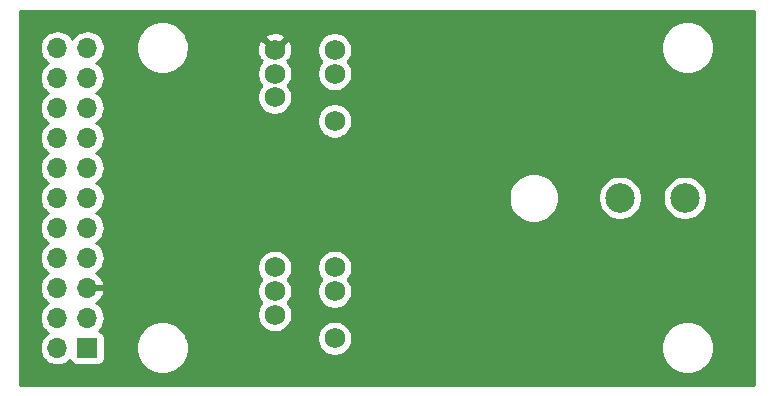
<source format=gbr>
G04 #@! TF.GenerationSoftware,KiCad,Pcbnew,(5.1.2)-1*
G04 #@! TF.CreationDate,2019-11-05T15:10:58-06:00*
G04 #@! TF.ProjectId,power_supply_board,706f7765-725f-4737-9570-706c795f626f,rev?*
G04 #@! TF.SameCoordinates,Original*
G04 #@! TF.FileFunction,Copper,L4,Bot*
G04 #@! TF.FilePolarity,Positive*
%FSLAX46Y46*%
G04 Gerber Fmt 4.6, Leading zero omitted, Abs format (unit mm)*
G04 Created by KiCad (PCBNEW (5.1.2)-1) date 2019-11-05 15:10:58*
%MOMM*%
%LPD*%
G04 APERTURE LIST*
%ADD10O,1.700000X1.700000*%
%ADD11R,1.700000X1.700000*%
%ADD12C,2.500000*%
%ADD13C,1.730000*%
%ADD14C,0.254000*%
G04 APERTURE END LIST*
D10*
X128270000Y-102870000D03*
X130810000Y-102870000D03*
X128270000Y-105410000D03*
X130810000Y-105410000D03*
X128270000Y-107950000D03*
X130810000Y-107950000D03*
X128270000Y-110490000D03*
X130810000Y-110490000D03*
X128270000Y-113030000D03*
X130810000Y-113030000D03*
X128270000Y-115570000D03*
X130810000Y-115570000D03*
X128270000Y-118110000D03*
X130810000Y-118110000D03*
X128270000Y-120650000D03*
X130810000Y-120650000D03*
X128270000Y-123190000D03*
X130810000Y-123190000D03*
X128270000Y-125730000D03*
X130810000Y-125730000D03*
X128270000Y-128270000D03*
D11*
X130810000Y-128270000D03*
D12*
X175920000Y-115570000D03*
X181420000Y-115570000D03*
D13*
X151760000Y-121460000D03*
X151760000Y-123460000D03*
X151760000Y-127460000D03*
X146690000Y-125460000D03*
X146690000Y-121460000D03*
X146690000Y-123460000D03*
X146690000Y-105045000D03*
X146690000Y-103045000D03*
X146690000Y-107045000D03*
X151760000Y-109045000D03*
X151760000Y-105045000D03*
X151760000Y-103045000D03*
D14*
G36*
X187300000Y-131420000D02*
G01*
X125120000Y-131420000D01*
X125120000Y-102870000D01*
X126777815Y-102870000D01*
X126806487Y-103161111D01*
X126891401Y-103441034D01*
X127029294Y-103699014D01*
X127214866Y-103925134D01*
X127440986Y-104110706D01*
X127495791Y-104140000D01*
X127440986Y-104169294D01*
X127214866Y-104354866D01*
X127029294Y-104580986D01*
X126891401Y-104838966D01*
X126806487Y-105118889D01*
X126777815Y-105410000D01*
X126806487Y-105701111D01*
X126891401Y-105981034D01*
X127029294Y-106239014D01*
X127214866Y-106465134D01*
X127440986Y-106650706D01*
X127495791Y-106680000D01*
X127440986Y-106709294D01*
X127214866Y-106894866D01*
X127029294Y-107120986D01*
X126891401Y-107378966D01*
X126806487Y-107658889D01*
X126777815Y-107950000D01*
X126806487Y-108241111D01*
X126891401Y-108521034D01*
X127029294Y-108779014D01*
X127214866Y-109005134D01*
X127440986Y-109190706D01*
X127495791Y-109220000D01*
X127440986Y-109249294D01*
X127214866Y-109434866D01*
X127029294Y-109660986D01*
X126891401Y-109918966D01*
X126806487Y-110198889D01*
X126777815Y-110490000D01*
X126806487Y-110781111D01*
X126891401Y-111061034D01*
X127029294Y-111319014D01*
X127214866Y-111545134D01*
X127440986Y-111730706D01*
X127495791Y-111760000D01*
X127440986Y-111789294D01*
X127214866Y-111974866D01*
X127029294Y-112200986D01*
X126891401Y-112458966D01*
X126806487Y-112738889D01*
X126777815Y-113030000D01*
X126806487Y-113321111D01*
X126891401Y-113601034D01*
X127029294Y-113859014D01*
X127214866Y-114085134D01*
X127440986Y-114270706D01*
X127495791Y-114300000D01*
X127440986Y-114329294D01*
X127214866Y-114514866D01*
X127029294Y-114740986D01*
X126891401Y-114998966D01*
X126806487Y-115278889D01*
X126777815Y-115570000D01*
X126806487Y-115861111D01*
X126891401Y-116141034D01*
X127029294Y-116399014D01*
X127214866Y-116625134D01*
X127440986Y-116810706D01*
X127495791Y-116840000D01*
X127440986Y-116869294D01*
X127214866Y-117054866D01*
X127029294Y-117280986D01*
X126891401Y-117538966D01*
X126806487Y-117818889D01*
X126777815Y-118110000D01*
X126806487Y-118401111D01*
X126891401Y-118681034D01*
X127029294Y-118939014D01*
X127214866Y-119165134D01*
X127440986Y-119350706D01*
X127495791Y-119380000D01*
X127440986Y-119409294D01*
X127214866Y-119594866D01*
X127029294Y-119820986D01*
X126891401Y-120078966D01*
X126806487Y-120358889D01*
X126777815Y-120650000D01*
X126806487Y-120941111D01*
X126891401Y-121221034D01*
X127029294Y-121479014D01*
X127214866Y-121705134D01*
X127440986Y-121890706D01*
X127495791Y-121920000D01*
X127440986Y-121949294D01*
X127214866Y-122134866D01*
X127029294Y-122360986D01*
X126891401Y-122618966D01*
X126806487Y-122898889D01*
X126777815Y-123190000D01*
X126806487Y-123481111D01*
X126891401Y-123761034D01*
X127029294Y-124019014D01*
X127214866Y-124245134D01*
X127440986Y-124430706D01*
X127495791Y-124460000D01*
X127440986Y-124489294D01*
X127214866Y-124674866D01*
X127029294Y-124900986D01*
X126891401Y-125158966D01*
X126806487Y-125438889D01*
X126777815Y-125730000D01*
X126806487Y-126021111D01*
X126891401Y-126301034D01*
X127029294Y-126559014D01*
X127214866Y-126785134D01*
X127440986Y-126970706D01*
X127495791Y-127000000D01*
X127440986Y-127029294D01*
X127214866Y-127214866D01*
X127029294Y-127440986D01*
X126891401Y-127698966D01*
X126806487Y-127978889D01*
X126777815Y-128270000D01*
X126806487Y-128561111D01*
X126891401Y-128841034D01*
X127029294Y-129099014D01*
X127214866Y-129325134D01*
X127440986Y-129510706D01*
X127698966Y-129648599D01*
X127978889Y-129733513D01*
X128197050Y-129755000D01*
X128342950Y-129755000D01*
X128561111Y-129733513D01*
X128841034Y-129648599D01*
X129099014Y-129510706D01*
X129325134Y-129325134D01*
X129349607Y-129295313D01*
X129370498Y-129364180D01*
X129429463Y-129474494D01*
X129508815Y-129571185D01*
X129605506Y-129650537D01*
X129715820Y-129709502D01*
X129835518Y-129745812D01*
X129960000Y-129758072D01*
X131660000Y-129758072D01*
X131784482Y-129745812D01*
X131904180Y-129709502D01*
X132014494Y-129650537D01*
X132111185Y-129571185D01*
X132190537Y-129474494D01*
X132249502Y-129364180D01*
X132285812Y-129244482D01*
X132298072Y-129120000D01*
X132298072Y-128049872D01*
X134925000Y-128049872D01*
X134925000Y-128490128D01*
X135010890Y-128921925D01*
X135179369Y-129328669D01*
X135423962Y-129694729D01*
X135735271Y-130006038D01*
X136101331Y-130250631D01*
X136508075Y-130419110D01*
X136939872Y-130505000D01*
X137380128Y-130505000D01*
X137811925Y-130419110D01*
X138218669Y-130250631D01*
X138584729Y-130006038D01*
X138896038Y-129694729D01*
X139140631Y-129328669D01*
X139309110Y-128921925D01*
X139395000Y-128490128D01*
X139395000Y-128049872D01*
X139309110Y-127618075D01*
X139182439Y-127312263D01*
X150260000Y-127312263D01*
X150260000Y-127607737D01*
X150317644Y-127897534D01*
X150430717Y-128170517D01*
X150594874Y-128416194D01*
X150803806Y-128625126D01*
X151049483Y-128789283D01*
X151322466Y-128902356D01*
X151612263Y-128960000D01*
X151907737Y-128960000D01*
X152197534Y-128902356D01*
X152470517Y-128789283D01*
X152716194Y-128625126D01*
X152925126Y-128416194D01*
X153089283Y-128170517D01*
X153139255Y-128049872D01*
X179375000Y-128049872D01*
X179375000Y-128490128D01*
X179460890Y-128921925D01*
X179629369Y-129328669D01*
X179873962Y-129694729D01*
X180185271Y-130006038D01*
X180551331Y-130250631D01*
X180958075Y-130419110D01*
X181389872Y-130505000D01*
X181830128Y-130505000D01*
X182261925Y-130419110D01*
X182668669Y-130250631D01*
X183034729Y-130006038D01*
X183346038Y-129694729D01*
X183590631Y-129328669D01*
X183759110Y-128921925D01*
X183845000Y-128490128D01*
X183845000Y-128049872D01*
X183759110Y-127618075D01*
X183590631Y-127211331D01*
X183346038Y-126845271D01*
X183034729Y-126533962D01*
X182668669Y-126289369D01*
X182261925Y-126120890D01*
X181830128Y-126035000D01*
X181389872Y-126035000D01*
X180958075Y-126120890D01*
X180551331Y-126289369D01*
X180185271Y-126533962D01*
X179873962Y-126845271D01*
X179629369Y-127211331D01*
X179460890Y-127618075D01*
X179375000Y-128049872D01*
X153139255Y-128049872D01*
X153202356Y-127897534D01*
X153260000Y-127607737D01*
X153260000Y-127312263D01*
X153202356Y-127022466D01*
X153089283Y-126749483D01*
X152925126Y-126503806D01*
X152716194Y-126294874D01*
X152470517Y-126130717D01*
X152197534Y-126017644D01*
X151907737Y-125960000D01*
X151612263Y-125960000D01*
X151322466Y-126017644D01*
X151049483Y-126130717D01*
X150803806Y-126294874D01*
X150594874Y-126503806D01*
X150430717Y-126749483D01*
X150317644Y-127022466D01*
X150260000Y-127312263D01*
X139182439Y-127312263D01*
X139140631Y-127211331D01*
X138896038Y-126845271D01*
X138584729Y-126533962D01*
X138218669Y-126289369D01*
X137811925Y-126120890D01*
X137380128Y-126035000D01*
X136939872Y-126035000D01*
X136508075Y-126120890D01*
X136101331Y-126289369D01*
X135735271Y-126533962D01*
X135423962Y-126845271D01*
X135179369Y-127211331D01*
X135010890Y-127618075D01*
X134925000Y-128049872D01*
X132298072Y-128049872D01*
X132298072Y-127420000D01*
X132285812Y-127295518D01*
X132249502Y-127175820D01*
X132190537Y-127065506D01*
X132111185Y-126968815D01*
X132014494Y-126889463D01*
X131904180Y-126830498D01*
X131835313Y-126809607D01*
X131865134Y-126785134D01*
X132050706Y-126559014D01*
X132188599Y-126301034D01*
X132273513Y-126021111D01*
X132302185Y-125730000D01*
X132273513Y-125438889D01*
X132188599Y-125158966D01*
X132050706Y-124900986D01*
X131865134Y-124674866D01*
X131639014Y-124489294D01*
X131574477Y-124454799D01*
X131691355Y-124385178D01*
X131907588Y-124190269D01*
X132081641Y-123956920D01*
X132206825Y-123694099D01*
X132251476Y-123546890D01*
X132130155Y-123317000D01*
X130937000Y-123317000D01*
X130937000Y-123337000D01*
X130683000Y-123337000D01*
X130683000Y-123317000D01*
X130663000Y-123317000D01*
X130663000Y-123063000D01*
X130683000Y-123063000D01*
X130683000Y-123043000D01*
X130937000Y-123043000D01*
X130937000Y-123063000D01*
X132130155Y-123063000D01*
X132251476Y-122833110D01*
X132206825Y-122685901D01*
X132081641Y-122423080D01*
X131907588Y-122189731D01*
X131691355Y-121994822D01*
X131574477Y-121925201D01*
X131639014Y-121890706D01*
X131865134Y-121705134D01*
X132050706Y-121479014D01*
X132139836Y-121312263D01*
X145190000Y-121312263D01*
X145190000Y-121607737D01*
X145247644Y-121897534D01*
X145360717Y-122170517D01*
X145524874Y-122416194D01*
X145568680Y-122460000D01*
X145524874Y-122503806D01*
X145360717Y-122749483D01*
X145247644Y-123022466D01*
X145190000Y-123312263D01*
X145190000Y-123607737D01*
X145247644Y-123897534D01*
X145360717Y-124170517D01*
X145524874Y-124416194D01*
X145568680Y-124460000D01*
X145524874Y-124503806D01*
X145360717Y-124749483D01*
X145247644Y-125022466D01*
X145190000Y-125312263D01*
X145190000Y-125607737D01*
X145247644Y-125897534D01*
X145360717Y-126170517D01*
X145524874Y-126416194D01*
X145733806Y-126625126D01*
X145979483Y-126789283D01*
X146252466Y-126902356D01*
X146542263Y-126960000D01*
X146837737Y-126960000D01*
X147127534Y-126902356D01*
X147400517Y-126789283D01*
X147646194Y-126625126D01*
X147855126Y-126416194D01*
X148019283Y-126170517D01*
X148132356Y-125897534D01*
X148190000Y-125607737D01*
X148190000Y-125312263D01*
X148132356Y-125022466D01*
X148019283Y-124749483D01*
X147855126Y-124503806D01*
X147811320Y-124460000D01*
X147855126Y-124416194D01*
X148019283Y-124170517D01*
X148132356Y-123897534D01*
X148190000Y-123607737D01*
X148190000Y-123312263D01*
X148132356Y-123022466D01*
X148019283Y-122749483D01*
X147855126Y-122503806D01*
X147811320Y-122460000D01*
X147855126Y-122416194D01*
X148019283Y-122170517D01*
X148132356Y-121897534D01*
X148190000Y-121607737D01*
X148190000Y-121312263D01*
X150260000Y-121312263D01*
X150260000Y-121607737D01*
X150317644Y-121897534D01*
X150430717Y-122170517D01*
X150594874Y-122416194D01*
X150638680Y-122460000D01*
X150594874Y-122503806D01*
X150430717Y-122749483D01*
X150317644Y-123022466D01*
X150260000Y-123312263D01*
X150260000Y-123607737D01*
X150317644Y-123897534D01*
X150430717Y-124170517D01*
X150594874Y-124416194D01*
X150803806Y-124625126D01*
X151049483Y-124789283D01*
X151322466Y-124902356D01*
X151612263Y-124960000D01*
X151907737Y-124960000D01*
X152197534Y-124902356D01*
X152470517Y-124789283D01*
X152716194Y-124625126D01*
X152925126Y-124416194D01*
X153089283Y-124170517D01*
X153202356Y-123897534D01*
X153260000Y-123607737D01*
X153260000Y-123312263D01*
X153202356Y-123022466D01*
X153089283Y-122749483D01*
X152925126Y-122503806D01*
X152881320Y-122460000D01*
X152925126Y-122416194D01*
X153089283Y-122170517D01*
X153202356Y-121897534D01*
X153260000Y-121607737D01*
X153260000Y-121312263D01*
X153202356Y-121022466D01*
X153089283Y-120749483D01*
X152925126Y-120503806D01*
X152716194Y-120294874D01*
X152470517Y-120130717D01*
X152197534Y-120017644D01*
X151907737Y-119960000D01*
X151612263Y-119960000D01*
X151322466Y-120017644D01*
X151049483Y-120130717D01*
X150803806Y-120294874D01*
X150594874Y-120503806D01*
X150430717Y-120749483D01*
X150317644Y-121022466D01*
X150260000Y-121312263D01*
X148190000Y-121312263D01*
X148132356Y-121022466D01*
X148019283Y-120749483D01*
X147855126Y-120503806D01*
X147646194Y-120294874D01*
X147400517Y-120130717D01*
X147127534Y-120017644D01*
X146837737Y-119960000D01*
X146542263Y-119960000D01*
X146252466Y-120017644D01*
X145979483Y-120130717D01*
X145733806Y-120294874D01*
X145524874Y-120503806D01*
X145360717Y-120749483D01*
X145247644Y-121022466D01*
X145190000Y-121312263D01*
X132139836Y-121312263D01*
X132188599Y-121221034D01*
X132273513Y-120941111D01*
X132302185Y-120650000D01*
X132273513Y-120358889D01*
X132188599Y-120078966D01*
X132050706Y-119820986D01*
X131865134Y-119594866D01*
X131639014Y-119409294D01*
X131584209Y-119380000D01*
X131639014Y-119350706D01*
X131865134Y-119165134D01*
X132050706Y-118939014D01*
X132188599Y-118681034D01*
X132273513Y-118401111D01*
X132302185Y-118110000D01*
X132273513Y-117818889D01*
X132188599Y-117538966D01*
X132050706Y-117280986D01*
X131865134Y-117054866D01*
X131639014Y-116869294D01*
X131584209Y-116840000D01*
X131639014Y-116810706D01*
X131865134Y-116625134D01*
X132050706Y-116399014D01*
X132188599Y-116141034D01*
X132273513Y-115861111D01*
X132302185Y-115570000D01*
X132281475Y-115359721D01*
X166485000Y-115359721D01*
X166485000Y-115780279D01*
X166567047Y-116192756D01*
X166727988Y-116581302D01*
X166961637Y-116930983D01*
X167259017Y-117228363D01*
X167608698Y-117462012D01*
X167997244Y-117622953D01*
X168409721Y-117705000D01*
X168830279Y-117705000D01*
X169242756Y-117622953D01*
X169631302Y-117462012D01*
X169980983Y-117228363D01*
X170278363Y-116930983D01*
X170512012Y-116581302D01*
X170672953Y-116192756D01*
X170755000Y-115780279D01*
X170755000Y-115384344D01*
X174035000Y-115384344D01*
X174035000Y-115755656D01*
X174107439Y-116119834D01*
X174249534Y-116462882D01*
X174455825Y-116771618D01*
X174718382Y-117034175D01*
X175027118Y-117240466D01*
X175370166Y-117382561D01*
X175734344Y-117455000D01*
X176105656Y-117455000D01*
X176469834Y-117382561D01*
X176812882Y-117240466D01*
X177121618Y-117034175D01*
X177384175Y-116771618D01*
X177590466Y-116462882D01*
X177732561Y-116119834D01*
X177805000Y-115755656D01*
X177805000Y-115384344D01*
X179535000Y-115384344D01*
X179535000Y-115755656D01*
X179607439Y-116119834D01*
X179749534Y-116462882D01*
X179955825Y-116771618D01*
X180218382Y-117034175D01*
X180527118Y-117240466D01*
X180870166Y-117382561D01*
X181234344Y-117455000D01*
X181605656Y-117455000D01*
X181969834Y-117382561D01*
X182312882Y-117240466D01*
X182621618Y-117034175D01*
X182884175Y-116771618D01*
X183090466Y-116462882D01*
X183232561Y-116119834D01*
X183305000Y-115755656D01*
X183305000Y-115384344D01*
X183232561Y-115020166D01*
X183090466Y-114677118D01*
X182884175Y-114368382D01*
X182621618Y-114105825D01*
X182312882Y-113899534D01*
X181969834Y-113757439D01*
X181605656Y-113685000D01*
X181234344Y-113685000D01*
X180870166Y-113757439D01*
X180527118Y-113899534D01*
X180218382Y-114105825D01*
X179955825Y-114368382D01*
X179749534Y-114677118D01*
X179607439Y-115020166D01*
X179535000Y-115384344D01*
X177805000Y-115384344D01*
X177732561Y-115020166D01*
X177590466Y-114677118D01*
X177384175Y-114368382D01*
X177121618Y-114105825D01*
X176812882Y-113899534D01*
X176469834Y-113757439D01*
X176105656Y-113685000D01*
X175734344Y-113685000D01*
X175370166Y-113757439D01*
X175027118Y-113899534D01*
X174718382Y-114105825D01*
X174455825Y-114368382D01*
X174249534Y-114677118D01*
X174107439Y-115020166D01*
X174035000Y-115384344D01*
X170755000Y-115384344D01*
X170755000Y-115359721D01*
X170672953Y-114947244D01*
X170512012Y-114558698D01*
X170278363Y-114209017D01*
X169980983Y-113911637D01*
X169631302Y-113677988D01*
X169242756Y-113517047D01*
X168830279Y-113435000D01*
X168409721Y-113435000D01*
X167997244Y-113517047D01*
X167608698Y-113677988D01*
X167259017Y-113911637D01*
X166961637Y-114209017D01*
X166727988Y-114558698D01*
X166567047Y-114947244D01*
X166485000Y-115359721D01*
X132281475Y-115359721D01*
X132273513Y-115278889D01*
X132188599Y-114998966D01*
X132050706Y-114740986D01*
X131865134Y-114514866D01*
X131639014Y-114329294D01*
X131584209Y-114300000D01*
X131639014Y-114270706D01*
X131865134Y-114085134D01*
X132050706Y-113859014D01*
X132188599Y-113601034D01*
X132273513Y-113321111D01*
X132302185Y-113030000D01*
X132273513Y-112738889D01*
X132188599Y-112458966D01*
X132050706Y-112200986D01*
X131865134Y-111974866D01*
X131639014Y-111789294D01*
X131584209Y-111760000D01*
X131639014Y-111730706D01*
X131865134Y-111545134D01*
X132050706Y-111319014D01*
X132188599Y-111061034D01*
X132273513Y-110781111D01*
X132302185Y-110490000D01*
X132273513Y-110198889D01*
X132188599Y-109918966D01*
X132050706Y-109660986D01*
X131865134Y-109434866D01*
X131639014Y-109249294D01*
X131584209Y-109220000D01*
X131639014Y-109190706D01*
X131865134Y-109005134D01*
X131953661Y-108897263D01*
X150260000Y-108897263D01*
X150260000Y-109192737D01*
X150317644Y-109482534D01*
X150430717Y-109755517D01*
X150594874Y-110001194D01*
X150803806Y-110210126D01*
X151049483Y-110374283D01*
X151322466Y-110487356D01*
X151612263Y-110545000D01*
X151907737Y-110545000D01*
X152197534Y-110487356D01*
X152470517Y-110374283D01*
X152716194Y-110210126D01*
X152925126Y-110001194D01*
X153089283Y-109755517D01*
X153202356Y-109482534D01*
X153260000Y-109192737D01*
X153260000Y-108897263D01*
X153202356Y-108607466D01*
X153089283Y-108334483D01*
X152925126Y-108088806D01*
X152716194Y-107879874D01*
X152470517Y-107715717D01*
X152197534Y-107602644D01*
X151907737Y-107545000D01*
X151612263Y-107545000D01*
X151322466Y-107602644D01*
X151049483Y-107715717D01*
X150803806Y-107879874D01*
X150594874Y-108088806D01*
X150430717Y-108334483D01*
X150317644Y-108607466D01*
X150260000Y-108897263D01*
X131953661Y-108897263D01*
X132050706Y-108779014D01*
X132188599Y-108521034D01*
X132273513Y-108241111D01*
X132302185Y-107950000D01*
X132273513Y-107658889D01*
X132188599Y-107378966D01*
X132050706Y-107120986D01*
X131865134Y-106894866D01*
X131639014Y-106709294D01*
X131584209Y-106680000D01*
X131639014Y-106650706D01*
X131865134Y-106465134D01*
X132050706Y-106239014D01*
X132188599Y-105981034D01*
X132273513Y-105701111D01*
X132302185Y-105410000D01*
X132273513Y-105118889D01*
X132188599Y-104838966D01*
X132050706Y-104580986D01*
X131865134Y-104354866D01*
X131639014Y-104169294D01*
X131584209Y-104140000D01*
X131639014Y-104110706D01*
X131865134Y-103925134D01*
X132050706Y-103699014D01*
X132188599Y-103441034D01*
X132273513Y-103161111D01*
X132302185Y-102870000D01*
X132280505Y-102649872D01*
X134925000Y-102649872D01*
X134925000Y-103090128D01*
X135010890Y-103521925D01*
X135179369Y-103928669D01*
X135423962Y-104294729D01*
X135735271Y-104606038D01*
X136101331Y-104850631D01*
X136508075Y-105019110D01*
X136939872Y-105105000D01*
X137380128Y-105105000D01*
X137811925Y-105019110D01*
X138218669Y-104850631D01*
X138584729Y-104606038D01*
X138896038Y-104294729D01*
X139140631Y-103928669D01*
X139309110Y-103521925D01*
X139390462Y-103112938D01*
X145184273Y-103112938D01*
X145226460Y-103405385D01*
X145324889Y-103683983D01*
X145400290Y-103825048D01*
X145650895Y-103904497D01*
X145534839Y-104020554D01*
X145563983Y-104049698D01*
X145524874Y-104088806D01*
X145360717Y-104334483D01*
X145247644Y-104607466D01*
X145190000Y-104897263D01*
X145190000Y-105192737D01*
X145247644Y-105482534D01*
X145360717Y-105755517D01*
X145524874Y-106001194D01*
X145568680Y-106045000D01*
X145524874Y-106088806D01*
X145360717Y-106334483D01*
X145247644Y-106607466D01*
X145190000Y-106897263D01*
X145190000Y-107192737D01*
X145247644Y-107482534D01*
X145360717Y-107755517D01*
X145524874Y-108001194D01*
X145733806Y-108210126D01*
X145979483Y-108374283D01*
X146252466Y-108487356D01*
X146542263Y-108545000D01*
X146837737Y-108545000D01*
X147127534Y-108487356D01*
X147400517Y-108374283D01*
X147646194Y-108210126D01*
X147855126Y-108001194D01*
X148019283Y-107755517D01*
X148132356Y-107482534D01*
X148190000Y-107192737D01*
X148190000Y-106897263D01*
X148132356Y-106607466D01*
X148019283Y-106334483D01*
X147855126Y-106088806D01*
X147811320Y-106045000D01*
X147855126Y-106001194D01*
X148019283Y-105755517D01*
X148132356Y-105482534D01*
X148190000Y-105192737D01*
X148190000Y-104897263D01*
X148132356Y-104607466D01*
X148019283Y-104334483D01*
X147855126Y-104088806D01*
X147816018Y-104049698D01*
X147845161Y-104020554D01*
X147729105Y-103904497D01*
X147979710Y-103825048D01*
X148107108Y-103558450D01*
X148180048Y-103272120D01*
X148195727Y-102977062D01*
X148184216Y-102897263D01*
X150260000Y-102897263D01*
X150260000Y-103192737D01*
X150317644Y-103482534D01*
X150430717Y-103755517D01*
X150594874Y-104001194D01*
X150638680Y-104045000D01*
X150594874Y-104088806D01*
X150430717Y-104334483D01*
X150317644Y-104607466D01*
X150260000Y-104897263D01*
X150260000Y-105192737D01*
X150317644Y-105482534D01*
X150430717Y-105755517D01*
X150594874Y-106001194D01*
X150803806Y-106210126D01*
X151049483Y-106374283D01*
X151322466Y-106487356D01*
X151612263Y-106545000D01*
X151907737Y-106545000D01*
X152197534Y-106487356D01*
X152470517Y-106374283D01*
X152716194Y-106210126D01*
X152925126Y-106001194D01*
X153089283Y-105755517D01*
X153202356Y-105482534D01*
X153260000Y-105192737D01*
X153260000Y-104897263D01*
X153202356Y-104607466D01*
X153089283Y-104334483D01*
X152925126Y-104088806D01*
X152881320Y-104045000D01*
X152925126Y-104001194D01*
X153089283Y-103755517D01*
X153202356Y-103482534D01*
X153260000Y-103192737D01*
X153260000Y-102897263D01*
X153210792Y-102649872D01*
X179375000Y-102649872D01*
X179375000Y-103090128D01*
X179460890Y-103521925D01*
X179629369Y-103928669D01*
X179873962Y-104294729D01*
X180185271Y-104606038D01*
X180551331Y-104850631D01*
X180958075Y-105019110D01*
X181389872Y-105105000D01*
X181830128Y-105105000D01*
X182261925Y-105019110D01*
X182668669Y-104850631D01*
X183034729Y-104606038D01*
X183346038Y-104294729D01*
X183590631Y-103928669D01*
X183759110Y-103521925D01*
X183845000Y-103090128D01*
X183845000Y-102649872D01*
X183759110Y-102218075D01*
X183590631Y-101811331D01*
X183346038Y-101445271D01*
X183034729Y-101133962D01*
X182668669Y-100889369D01*
X182261925Y-100720890D01*
X181830128Y-100635000D01*
X181389872Y-100635000D01*
X180958075Y-100720890D01*
X180551331Y-100889369D01*
X180185271Y-101133962D01*
X179873962Y-101445271D01*
X179629369Y-101811331D01*
X179460890Y-102218075D01*
X179375000Y-102649872D01*
X153210792Y-102649872D01*
X153202356Y-102607466D01*
X153089283Y-102334483D01*
X152925126Y-102088806D01*
X152716194Y-101879874D01*
X152470517Y-101715717D01*
X152197534Y-101602644D01*
X151907737Y-101545000D01*
X151612263Y-101545000D01*
X151322466Y-101602644D01*
X151049483Y-101715717D01*
X150803806Y-101879874D01*
X150594874Y-102088806D01*
X150430717Y-102334483D01*
X150317644Y-102607466D01*
X150260000Y-102897263D01*
X148184216Y-102897263D01*
X148153540Y-102684615D01*
X148055111Y-102406017D01*
X147979710Y-102264952D01*
X147729103Y-102185502D01*
X146869605Y-103045000D01*
X146883748Y-103059143D01*
X146704143Y-103238748D01*
X146690000Y-103224605D01*
X146675858Y-103238748D01*
X146496253Y-103059143D01*
X146510395Y-103045000D01*
X145650897Y-102185502D01*
X145400290Y-102264952D01*
X145272892Y-102531550D01*
X145199952Y-102817880D01*
X145184273Y-103112938D01*
X139390462Y-103112938D01*
X139395000Y-103090128D01*
X139395000Y-102649872D01*
X139309110Y-102218075D01*
X139221223Y-102005897D01*
X145830502Y-102005897D01*
X146690000Y-102865395D01*
X147549498Y-102005897D01*
X147470048Y-101755290D01*
X147203450Y-101627892D01*
X146917120Y-101554952D01*
X146622062Y-101539273D01*
X146329615Y-101581460D01*
X146051017Y-101679889D01*
X145909952Y-101755290D01*
X145830502Y-102005897D01*
X139221223Y-102005897D01*
X139140631Y-101811331D01*
X138896038Y-101445271D01*
X138584729Y-101133962D01*
X138218669Y-100889369D01*
X137811925Y-100720890D01*
X137380128Y-100635000D01*
X136939872Y-100635000D01*
X136508075Y-100720890D01*
X136101331Y-100889369D01*
X135735271Y-101133962D01*
X135423962Y-101445271D01*
X135179369Y-101811331D01*
X135010890Y-102218075D01*
X134925000Y-102649872D01*
X132280505Y-102649872D01*
X132273513Y-102578889D01*
X132188599Y-102298966D01*
X132050706Y-102040986D01*
X131865134Y-101814866D01*
X131639014Y-101629294D01*
X131381034Y-101491401D01*
X131101111Y-101406487D01*
X130882950Y-101385000D01*
X130737050Y-101385000D01*
X130518889Y-101406487D01*
X130238966Y-101491401D01*
X129980986Y-101629294D01*
X129754866Y-101814866D01*
X129569294Y-102040986D01*
X129540000Y-102095791D01*
X129510706Y-102040986D01*
X129325134Y-101814866D01*
X129099014Y-101629294D01*
X128841034Y-101491401D01*
X128561111Y-101406487D01*
X128342950Y-101385000D01*
X128197050Y-101385000D01*
X127978889Y-101406487D01*
X127698966Y-101491401D01*
X127440986Y-101629294D01*
X127214866Y-101814866D01*
X127029294Y-102040986D01*
X126891401Y-102298966D01*
X126806487Y-102578889D01*
X126777815Y-102870000D01*
X125120000Y-102870000D01*
X125120000Y-99720000D01*
X187300001Y-99720000D01*
X187300000Y-131420000D01*
X187300000Y-131420000D01*
G37*
X187300000Y-131420000D02*
X125120000Y-131420000D01*
X125120000Y-102870000D01*
X126777815Y-102870000D01*
X126806487Y-103161111D01*
X126891401Y-103441034D01*
X127029294Y-103699014D01*
X127214866Y-103925134D01*
X127440986Y-104110706D01*
X127495791Y-104140000D01*
X127440986Y-104169294D01*
X127214866Y-104354866D01*
X127029294Y-104580986D01*
X126891401Y-104838966D01*
X126806487Y-105118889D01*
X126777815Y-105410000D01*
X126806487Y-105701111D01*
X126891401Y-105981034D01*
X127029294Y-106239014D01*
X127214866Y-106465134D01*
X127440986Y-106650706D01*
X127495791Y-106680000D01*
X127440986Y-106709294D01*
X127214866Y-106894866D01*
X127029294Y-107120986D01*
X126891401Y-107378966D01*
X126806487Y-107658889D01*
X126777815Y-107950000D01*
X126806487Y-108241111D01*
X126891401Y-108521034D01*
X127029294Y-108779014D01*
X127214866Y-109005134D01*
X127440986Y-109190706D01*
X127495791Y-109220000D01*
X127440986Y-109249294D01*
X127214866Y-109434866D01*
X127029294Y-109660986D01*
X126891401Y-109918966D01*
X126806487Y-110198889D01*
X126777815Y-110490000D01*
X126806487Y-110781111D01*
X126891401Y-111061034D01*
X127029294Y-111319014D01*
X127214866Y-111545134D01*
X127440986Y-111730706D01*
X127495791Y-111760000D01*
X127440986Y-111789294D01*
X127214866Y-111974866D01*
X127029294Y-112200986D01*
X126891401Y-112458966D01*
X126806487Y-112738889D01*
X126777815Y-113030000D01*
X126806487Y-113321111D01*
X126891401Y-113601034D01*
X127029294Y-113859014D01*
X127214866Y-114085134D01*
X127440986Y-114270706D01*
X127495791Y-114300000D01*
X127440986Y-114329294D01*
X127214866Y-114514866D01*
X127029294Y-114740986D01*
X126891401Y-114998966D01*
X126806487Y-115278889D01*
X126777815Y-115570000D01*
X126806487Y-115861111D01*
X126891401Y-116141034D01*
X127029294Y-116399014D01*
X127214866Y-116625134D01*
X127440986Y-116810706D01*
X127495791Y-116840000D01*
X127440986Y-116869294D01*
X127214866Y-117054866D01*
X127029294Y-117280986D01*
X126891401Y-117538966D01*
X126806487Y-117818889D01*
X126777815Y-118110000D01*
X126806487Y-118401111D01*
X126891401Y-118681034D01*
X127029294Y-118939014D01*
X127214866Y-119165134D01*
X127440986Y-119350706D01*
X127495791Y-119380000D01*
X127440986Y-119409294D01*
X127214866Y-119594866D01*
X127029294Y-119820986D01*
X126891401Y-120078966D01*
X126806487Y-120358889D01*
X126777815Y-120650000D01*
X126806487Y-120941111D01*
X126891401Y-121221034D01*
X127029294Y-121479014D01*
X127214866Y-121705134D01*
X127440986Y-121890706D01*
X127495791Y-121920000D01*
X127440986Y-121949294D01*
X127214866Y-122134866D01*
X127029294Y-122360986D01*
X126891401Y-122618966D01*
X126806487Y-122898889D01*
X126777815Y-123190000D01*
X126806487Y-123481111D01*
X126891401Y-123761034D01*
X127029294Y-124019014D01*
X127214866Y-124245134D01*
X127440986Y-124430706D01*
X127495791Y-124460000D01*
X127440986Y-124489294D01*
X127214866Y-124674866D01*
X127029294Y-124900986D01*
X126891401Y-125158966D01*
X126806487Y-125438889D01*
X126777815Y-125730000D01*
X126806487Y-126021111D01*
X126891401Y-126301034D01*
X127029294Y-126559014D01*
X127214866Y-126785134D01*
X127440986Y-126970706D01*
X127495791Y-127000000D01*
X127440986Y-127029294D01*
X127214866Y-127214866D01*
X127029294Y-127440986D01*
X126891401Y-127698966D01*
X126806487Y-127978889D01*
X126777815Y-128270000D01*
X126806487Y-128561111D01*
X126891401Y-128841034D01*
X127029294Y-129099014D01*
X127214866Y-129325134D01*
X127440986Y-129510706D01*
X127698966Y-129648599D01*
X127978889Y-129733513D01*
X128197050Y-129755000D01*
X128342950Y-129755000D01*
X128561111Y-129733513D01*
X128841034Y-129648599D01*
X129099014Y-129510706D01*
X129325134Y-129325134D01*
X129349607Y-129295313D01*
X129370498Y-129364180D01*
X129429463Y-129474494D01*
X129508815Y-129571185D01*
X129605506Y-129650537D01*
X129715820Y-129709502D01*
X129835518Y-129745812D01*
X129960000Y-129758072D01*
X131660000Y-129758072D01*
X131784482Y-129745812D01*
X131904180Y-129709502D01*
X132014494Y-129650537D01*
X132111185Y-129571185D01*
X132190537Y-129474494D01*
X132249502Y-129364180D01*
X132285812Y-129244482D01*
X132298072Y-129120000D01*
X132298072Y-128049872D01*
X134925000Y-128049872D01*
X134925000Y-128490128D01*
X135010890Y-128921925D01*
X135179369Y-129328669D01*
X135423962Y-129694729D01*
X135735271Y-130006038D01*
X136101331Y-130250631D01*
X136508075Y-130419110D01*
X136939872Y-130505000D01*
X137380128Y-130505000D01*
X137811925Y-130419110D01*
X138218669Y-130250631D01*
X138584729Y-130006038D01*
X138896038Y-129694729D01*
X139140631Y-129328669D01*
X139309110Y-128921925D01*
X139395000Y-128490128D01*
X139395000Y-128049872D01*
X139309110Y-127618075D01*
X139182439Y-127312263D01*
X150260000Y-127312263D01*
X150260000Y-127607737D01*
X150317644Y-127897534D01*
X150430717Y-128170517D01*
X150594874Y-128416194D01*
X150803806Y-128625126D01*
X151049483Y-128789283D01*
X151322466Y-128902356D01*
X151612263Y-128960000D01*
X151907737Y-128960000D01*
X152197534Y-128902356D01*
X152470517Y-128789283D01*
X152716194Y-128625126D01*
X152925126Y-128416194D01*
X153089283Y-128170517D01*
X153139255Y-128049872D01*
X179375000Y-128049872D01*
X179375000Y-128490128D01*
X179460890Y-128921925D01*
X179629369Y-129328669D01*
X179873962Y-129694729D01*
X180185271Y-130006038D01*
X180551331Y-130250631D01*
X180958075Y-130419110D01*
X181389872Y-130505000D01*
X181830128Y-130505000D01*
X182261925Y-130419110D01*
X182668669Y-130250631D01*
X183034729Y-130006038D01*
X183346038Y-129694729D01*
X183590631Y-129328669D01*
X183759110Y-128921925D01*
X183845000Y-128490128D01*
X183845000Y-128049872D01*
X183759110Y-127618075D01*
X183590631Y-127211331D01*
X183346038Y-126845271D01*
X183034729Y-126533962D01*
X182668669Y-126289369D01*
X182261925Y-126120890D01*
X181830128Y-126035000D01*
X181389872Y-126035000D01*
X180958075Y-126120890D01*
X180551331Y-126289369D01*
X180185271Y-126533962D01*
X179873962Y-126845271D01*
X179629369Y-127211331D01*
X179460890Y-127618075D01*
X179375000Y-128049872D01*
X153139255Y-128049872D01*
X153202356Y-127897534D01*
X153260000Y-127607737D01*
X153260000Y-127312263D01*
X153202356Y-127022466D01*
X153089283Y-126749483D01*
X152925126Y-126503806D01*
X152716194Y-126294874D01*
X152470517Y-126130717D01*
X152197534Y-126017644D01*
X151907737Y-125960000D01*
X151612263Y-125960000D01*
X151322466Y-126017644D01*
X151049483Y-126130717D01*
X150803806Y-126294874D01*
X150594874Y-126503806D01*
X150430717Y-126749483D01*
X150317644Y-127022466D01*
X150260000Y-127312263D01*
X139182439Y-127312263D01*
X139140631Y-127211331D01*
X138896038Y-126845271D01*
X138584729Y-126533962D01*
X138218669Y-126289369D01*
X137811925Y-126120890D01*
X137380128Y-126035000D01*
X136939872Y-126035000D01*
X136508075Y-126120890D01*
X136101331Y-126289369D01*
X135735271Y-126533962D01*
X135423962Y-126845271D01*
X135179369Y-127211331D01*
X135010890Y-127618075D01*
X134925000Y-128049872D01*
X132298072Y-128049872D01*
X132298072Y-127420000D01*
X132285812Y-127295518D01*
X132249502Y-127175820D01*
X132190537Y-127065506D01*
X132111185Y-126968815D01*
X132014494Y-126889463D01*
X131904180Y-126830498D01*
X131835313Y-126809607D01*
X131865134Y-126785134D01*
X132050706Y-126559014D01*
X132188599Y-126301034D01*
X132273513Y-126021111D01*
X132302185Y-125730000D01*
X132273513Y-125438889D01*
X132188599Y-125158966D01*
X132050706Y-124900986D01*
X131865134Y-124674866D01*
X131639014Y-124489294D01*
X131574477Y-124454799D01*
X131691355Y-124385178D01*
X131907588Y-124190269D01*
X132081641Y-123956920D01*
X132206825Y-123694099D01*
X132251476Y-123546890D01*
X132130155Y-123317000D01*
X130937000Y-123317000D01*
X130937000Y-123337000D01*
X130683000Y-123337000D01*
X130683000Y-123317000D01*
X130663000Y-123317000D01*
X130663000Y-123063000D01*
X130683000Y-123063000D01*
X130683000Y-123043000D01*
X130937000Y-123043000D01*
X130937000Y-123063000D01*
X132130155Y-123063000D01*
X132251476Y-122833110D01*
X132206825Y-122685901D01*
X132081641Y-122423080D01*
X131907588Y-122189731D01*
X131691355Y-121994822D01*
X131574477Y-121925201D01*
X131639014Y-121890706D01*
X131865134Y-121705134D01*
X132050706Y-121479014D01*
X132139836Y-121312263D01*
X145190000Y-121312263D01*
X145190000Y-121607737D01*
X145247644Y-121897534D01*
X145360717Y-122170517D01*
X145524874Y-122416194D01*
X145568680Y-122460000D01*
X145524874Y-122503806D01*
X145360717Y-122749483D01*
X145247644Y-123022466D01*
X145190000Y-123312263D01*
X145190000Y-123607737D01*
X145247644Y-123897534D01*
X145360717Y-124170517D01*
X145524874Y-124416194D01*
X145568680Y-124460000D01*
X145524874Y-124503806D01*
X145360717Y-124749483D01*
X145247644Y-125022466D01*
X145190000Y-125312263D01*
X145190000Y-125607737D01*
X145247644Y-125897534D01*
X145360717Y-126170517D01*
X145524874Y-126416194D01*
X145733806Y-126625126D01*
X145979483Y-126789283D01*
X146252466Y-126902356D01*
X146542263Y-126960000D01*
X146837737Y-126960000D01*
X147127534Y-126902356D01*
X147400517Y-126789283D01*
X147646194Y-126625126D01*
X147855126Y-126416194D01*
X148019283Y-126170517D01*
X148132356Y-125897534D01*
X148190000Y-125607737D01*
X148190000Y-125312263D01*
X148132356Y-125022466D01*
X148019283Y-124749483D01*
X147855126Y-124503806D01*
X147811320Y-124460000D01*
X147855126Y-124416194D01*
X148019283Y-124170517D01*
X148132356Y-123897534D01*
X148190000Y-123607737D01*
X148190000Y-123312263D01*
X148132356Y-123022466D01*
X148019283Y-122749483D01*
X147855126Y-122503806D01*
X147811320Y-122460000D01*
X147855126Y-122416194D01*
X148019283Y-122170517D01*
X148132356Y-121897534D01*
X148190000Y-121607737D01*
X148190000Y-121312263D01*
X150260000Y-121312263D01*
X150260000Y-121607737D01*
X150317644Y-121897534D01*
X150430717Y-122170517D01*
X150594874Y-122416194D01*
X150638680Y-122460000D01*
X150594874Y-122503806D01*
X150430717Y-122749483D01*
X150317644Y-123022466D01*
X150260000Y-123312263D01*
X150260000Y-123607737D01*
X150317644Y-123897534D01*
X150430717Y-124170517D01*
X150594874Y-124416194D01*
X150803806Y-124625126D01*
X151049483Y-124789283D01*
X151322466Y-124902356D01*
X151612263Y-124960000D01*
X151907737Y-124960000D01*
X152197534Y-124902356D01*
X152470517Y-124789283D01*
X152716194Y-124625126D01*
X152925126Y-124416194D01*
X153089283Y-124170517D01*
X153202356Y-123897534D01*
X153260000Y-123607737D01*
X153260000Y-123312263D01*
X153202356Y-123022466D01*
X153089283Y-122749483D01*
X152925126Y-122503806D01*
X152881320Y-122460000D01*
X152925126Y-122416194D01*
X153089283Y-122170517D01*
X153202356Y-121897534D01*
X153260000Y-121607737D01*
X153260000Y-121312263D01*
X153202356Y-121022466D01*
X153089283Y-120749483D01*
X152925126Y-120503806D01*
X152716194Y-120294874D01*
X152470517Y-120130717D01*
X152197534Y-120017644D01*
X151907737Y-119960000D01*
X151612263Y-119960000D01*
X151322466Y-120017644D01*
X151049483Y-120130717D01*
X150803806Y-120294874D01*
X150594874Y-120503806D01*
X150430717Y-120749483D01*
X150317644Y-121022466D01*
X150260000Y-121312263D01*
X148190000Y-121312263D01*
X148132356Y-121022466D01*
X148019283Y-120749483D01*
X147855126Y-120503806D01*
X147646194Y-120294874D01*
X147400517Y-120130717D01*
X147127534Y-120017644D01*
X146837737Y-119960000D01*
X146542263Y-119960000D01*
X146252466Y-120017644D01*
X145979483Y-120130717D01*
X145733806Y-120294874D01*
X145524874Y-120503806D01*
X145360717Y-120749483D01*
X145247644Y-121022466D01*
X145190000Y-121312263D01*
X132139836Y-121312263D01*
X132188599Y-121221034D01*
X132273513Y-120941111D01*
X132302185Y-120650000D01*
X132273513Y-120358889D01*
X132188599Y-120078966D01*
X132050706Y-119820986D01*
X131865134Y-119594866D01*
X131639014Y-119409294D01*
X131584209Y-119380000D01*
X131639014Y-119350706D01*
X131865134Y-119165134D01*
X132050706Y-118939014D01*
X132188599Y-118681034D01*
X132273513Y-118401111D01*
X132302185Y-118110000D01*
X132273513Y-117818889D01*
X132188599Y-117538966D01*
X132050706Y-117280986D01*
X131865134Y-117054866D01*
X131639014Y-116869294D01*
X131584209Y-116840000D01*
X131639014Y-116810706D01*
X131865134Y-116625134D01*
X132050706Y-116399014D01*
X132188599Y-116141034D01*
X132273513Y-115861111D01*
X132302185Y-115570000D01*
X132281475Y-115359721D01*
X166485000Y-115359721D01*
X166485000Y-115780279D01*
X166567047Y-116192756D01*
X166727988Y-116581302D01*
X166961637Y-116930983D01*
X167259017Y-117228363D01*
X167608698Y-117462012D01*
X167997244Y-117622953D01*
X168409721Y-117705000D01*
X168830279Y-117705000D01*
X169242756Y-117622953D01*
X169631302Y-117462012D01*
X169980983Y-117228363D01*
X170278363Y-116930983D01*
X170512012Y-116581302D01*
X170672953Y-116192756D01*
X170755000Y-115780279D01*
X170755000Y-115384344D01*
X174035000Y-115384344D01*
X174035000Y-115755656D01*
X174107439Y-116119834D01*
X174249534Y-116462882D01*
X174455825Y-116771618D01*
X174718382Y-117034175D01*
X175027118Y-117240466D01*
X175370166Y-117382561D01*
X175734344Y-117455000D01*
X176105656Y-117455000D01*
X176469834Y-117382561D01*
X176812882Y-117240466D01*
X177121618Y-117034175D01*
X177384175Y-116771618D01*
X177590466Y-116462882D01*
X177732561Y-116119834D01*
X177805000Y-115755656D01*
X177805000Y-115384344D01*
X179535000Y-115384344D01*
X179535000Y-115755656D01*
X179607439Y-116119834D01*
X179749534Y-116462882D01*
X179955825Y-116771618D01*
X180218382Y-117034175D01*
X180527118Y-117240466D01*
X180870166Y-117382561D01*
X181234344Y-117455000D01*
X181605656Y-117455000D01*
X181969834Y-117382561D01*
X182312882Y-117240466D01*
X182621618Y-117034175D01*
X182884175Y-116771618D01*
X183090466Y-116462882D01*
X183232561Y-116119834D01*
X183305000Y-115755656D01*
X183305000Y-115384344D01*
X183232561Y-115020166D01*
X183090466Y-114677118D01*
X182884175Y-114368382D01*
X182621618Y-114105825D01*
X182312882Y-113899534D01*
X181969834Y-113757439D01*
X181605656Y-113685000D01*
X181234344Y-113685000D01*
X180870166Y-113757439D01*
X180527118Y-113899534D01*
X180218382Y-114105825D01*
X179955825Y-114368382D01*
X179749534Y-114677118D01*
X179607439Y-115020166D01*
X179535000Y-115384344D01*
X177805000Y-115384344D01*
X177732561Y-115020166D01*
X177590466Y-114677118D01*
X177384175Y-114368382D01*
X177121618Y-114105825D01*
X176812882Y-113899534D01*
X176469834Y-113757439D01*
X176105656Y-113685000D01*
X175734344Y-113685000D01*
X175370166Y-113757439D01*
X175027118Y-113899534D01*
X174718382Y-114105825D01*
X174455825Y-114368382D01*
X174249534Y-114677118D01*
X174107439Y-115020166D01*
X174035000Y-115384344D01*
X170755000Y-115384344D01*
X170755000Y-115359721D01*
X170672953Y-114947244D01*
X170512012Y-114558698D01*
X170278363Y-114209017D01*
X169980983Y-113911637D01*
X169631302Y-113677988D01*
X169242756Y-113517047D01*
X168830279Y-113435000D01*
X168409721Y-113435000D01*
X167997244Y-113517047D01*
X167608698Y-113677988D01*
X167259017Y-113911637D01*
X166961637Y-114209017D01*
X166727988Y-114558698D01*
X166567047Y-114947244D01*
X166485000Y-115359721D01*
X132281475Y-115359721D01*
X132273513Y-115278889D01*
X132188599Y-114998966D01*
X132050706Y-114740986D01*
X131865134Y-114514866D01*
X131639014Y-114329294D01*
X131584209Y-114300000D01*
X131639014Y-114270706D01*
X131865134Y-114085134D01*
X132050706Y-113859014D01*
X132188599Y-113601034D01*
X132273513Y-113321111D01*
X132302185Y-113030000D01*
X132273513Y-112738889D01*
X132188599Y-112458966D01*
X132050706Y-112200986D01*
X131865134Y-111974866D01*
X131639014Y-111789294D01*
X131584209Y-111760000D01*
X131639014Y-111730706D01*
X131865134Y-111545134D01*
X132050706Y-111319014D01*
X132188599Y-111061034D01*
X132273513Y-110781111D01*
X132302185Y-110490000D01*
X132273513Y-110198889D01*
X132188599Y-109918966D01*
X132050706Y-109660986D01*
X131865134Y-109434866D01*
X131639014Y-109249294D01*
X131584209Y-109220000D01*
X131639014Y-109190706D01*
X131865134Y-109005134D01*
X131953661Y-108897263D01*
X150260000Y-108897263D01*
X150260000Y-109192737D01*
X150317644Y-109482534D01*
X150430717Y-109755517D01*
X150594874Y-110001194D01*
X150803806Y-110210126D01*
X151049483Y-110374283D01*
X151322466Y-110487356D01*
X151612263Y-110545000D01*
X151907737Y-110545000D01*
X152197534Y-110487356D01*
X152470517Y-110374283D01*
X152716194Y-110210126D01*
X152925126Y-110001194D01*
X153089283Y-109755517D01*
X153202356Y-109482534D01*
X153260000Y-109192737D01*
X153260000Y-108897263D01*
X153202356Y-108607466D01*
X153089283Y-108334483D01*
X152925126Y-108088806D01*
X152716194Y-107879874D01*
X152470517Y-107715717D01*
X152197534Y-107602644D01*
X151907737Y-107545000D01*
X151612263Y-107545000D01*
X151322466Y-107602644D01*
X151049483Y-107715717D01*
X150803806Y-107879874D01*
X150594874Y-108088806D01*
X150430717Y-108334483D01*
X150317644Y-108607466D01*
X150260000Y-108897263D01*
X131953661Y-108897263D01*
X132050706Y-108779014D01*
X132188599Y-108521034D01*
X132273513Y-108241111D01*
X132302185Y-107950000D01*
X132273513Y-107658889D01*
X132188599Y-107378966D01*
X132050706Y-107120986D01*
X131865134Y-106894866D01*
X131639014Y-106709294D01*
X131584209Y-106680000D01*
X131639014Y-106650706D01*
X131865134Y-106465134D01*
X132050706Y-106239014D01*
X132188599Y-105981034D01*
X132273513Y-105701111D01*
X132302185Y-105410000D01*
X132273513Y-105118889D01*
X132188599Y-104838966D01*
X132050706Y-104580986D01*
X131865134Y-104354866D01*
X131639014Y-104169294D01*
X131584209Y-104140000D01*
X131639014Y-104110706D01*
X131865134Y-103925134D01*
X132050706Y-103699014D01*
X132188599Y-103441034D01*
X132273513Y-103161111D01*
X132302185Y-102870000D01*
X132280505Y-102649872D01*
X134925000Y-102649872D01*
X134925000Y-103090128D01*
X135010890Y-103521925D01*
X135179369Y-103928669D01*
X135423962Y-104294729D01*
X135735271Y-104606038D01*
X136101331Y-104850631D01*
X136508075Y-105019110D01*
X136939872Y-105105000D01*
X137380128Y-105105000D01*
X137811925Y-105019110D01*
X138218669Y-104850631D01*
X138584729Y-104606038D01*
X138896038Y-104294729D01*
X139140631Y-103928669D01*
X139309110Y-103521925D01*
X139390462Y-103112938D01*
X145184273Y-103112938D01*
X145226460Y-103405385D01*
X145324889Y-103683983D01*
X145400290Y-103825048D01*
X145650895Y-103904497D01*
X145534839Y-104020554D01*
X145563983Y-104049698D01*
X145524874Y-104088806D01*
X145360717Y-104334483D01*
X145247644Y-104607466D01*
X145190000Y-104897263D01*
X145190000Y-105192737D01*
X145247644Y-105482534D01*
X145360717Y-105755517D01*
X145524874Y-106001194D01*
X145568680Y-106045000D01*
X145524874Y-106088806D01*
X145360717Y-106334483D01*
X145247644Y-106607466D01*
X145190000Y-106897263D01*
X145190000Y-107192737D01*
X145247644Y-107482534D01*
X145360717Y-107755517D01*
X145524874Y-108001194D01*
X145733806Y-108210126D01*
X145979483Y-108374283D01*
X146252466Y-108487356D01*
X146542263Y-108545000D01*
X146837737Y-108545000D01*
X147127534Y-108487356D01*
X147400517Y-108374283D01*
X147646194Y-108210126D01*
X147855126Y-108001194D01*
X148019283Y-107755517D01*
X148132356Y-107482534D01*
X148190000Y-107192737D01*
X148190000Y-106897263D01*
X148132356Y-106607466D01*
X148019283Y-106334483D01*
X147855126Y-106088806D01*
X147811320Y-106045000D01*
X147855126Y-106001194D01*
X148019283Y-105755517D01*
X148132356Y-105482534D01*
X148190000Y-105192737D01*
X148190000Y-104897263D01*
X148132356Y-104607466D01*
X148019283Y-104334483D01*
X147855126Y-104088806D01*
X147816018Y-104049698D01*
X147845161Y-104020554D01*
X147729105Y-103904497D01*
X147979710Y-103825048D01*
X148107108Y-103558450D01*
X148180048Y-103272120D01*
X148195727Y-102977062D01*
X148184216Y-102897263D01*
X150260000Y-102897263D01*
X150260000Y-103192737D01*
X150317644Y-103482534D01*
X150430717Y-103755517D01*
X150594874Y-104001194D01*
X150638680Y-104045000D01*
X150594874Y-104088806D01*
X150430717Y-104334483D01*
X150317644Y-104607466D01*
X150260000Y-104897263D01*
X150260000Y-105192737D01*
X150317644Y-105482534D01*
X150430717Y-105755517D01*
X150594874Y-106001194D01*
X150803806Y-106210126D01*
X151049483Y-106374283D01*
X151322466Y-106487356D01*
X151612263Y-106545000D01*
X151907737Y-106545000D01*
X152197534Y-106487356D01*
X152470517Y-106374283D01*
X152716194Y-106210126D01*
X152925126Y-106001194D01*
X153089283Y-105755517D01*
X153202356Y-105482534D01*
X153260000Y-105192737D01*
X153260000Y-104897263D01*
X153202356Y-104607466D01*
X153089283Y-104334483D01*
X152925126Y-104088806D01*
X152881320Y-104045000D01*
X152925126Y-104001194D01*
X153089283Y-103755517D01*
X153202356Y-103482534D01*
X153260000Y-103192737D01*
X153260000Y-102897263D01*
X153210792Y-102649872D01*
X179375000Y-102649872D01*
X179375000Y-103090128D01*
X179460890Y-103521925D01*
X179629369Y-103928669D01*
X179873962Y-104294729D01*
X180185271Y-104606038D01*
X180551331Y-104850631D01*
X180958075Y-105019110D01*
X181389872Y-105105000D01*
X181830128Y-105105000D01*
X182261925Y-105019110D01*
X182668669Y-104850631D01*
X183034729Y-104606038D01*
X183346038Y-104294729D01*
X183590631Y-103928669D01*
X183759110Y-103521925D01*
X183845000Y-103090128D01*
X183845000Y-102649872D01*
X183759110Y-102218075D01*
X183590631Y-101811331D01*
X183346038Y-101445271D01*
X183034729Y-101133962D01*
X182668669Y-100889369D01*
X182261925Y-100720890D01*
X181830128Y-100635000D01*
X181389872Y-100635000D01*
X180958075Y-100720890D01*
X180551331Y-100889369D01*
X180185271Y-101133962D01*
X179873962Y-101445271D01*
X179629369Y-101811331D01*
X179460890Y-102218075D01*
X179375000Y-102649872D01*
X153210792Y-102649872D01*
X153202356Y-102607466D01*
X153089283Y-102334483D01*
X152925126Y-102088806D01*
X152716194Y-101879874D01*
X152470517Y-101715717D01*
X152197534Y-101602644D01*
X151907737Y-101545000D01*
X151612263Y-101545000D01*
X151322466Y-101602644D01*
X151049483Y-101715717D01*
X150803806Y-101879874D01*
X150594874Y-102088806D01*
X150430717Y-102334483D01*
X150317644Y-102607466D01*
X150260000Y-102897263D01*
X148184216Y-102897263D01*
X148153540Y-102684615D01*
X148055111Y-102406017D01*
X147979710Y-102264952D01*
X147729103Y-102185502D01*
X146869605Y-103045000D01*
X146883748Y-103059143D01*
X146704143Y-103238748D01*
X146690000Y-103224605D01*
X146675858Y-103238748D01*
X146496253Y-103059143D01*
X146510395Y-103045000D01*
X145650897Y-102185502D01*
X145400290Y-102264952D01*
X145272892Y-102531550D01*
X145199952Y-102817880D01*
X145184273Y-103112938D01*
X139390462Y-103112938D01*
X139395000Y-103090128D01*
X139395000Y-102649872D01*
X139309110Y-102218075D01*
X139221223Y-102005897D01*
X145830502Y-102005897D01*
X146690000Y-102865395D01*
X147549498Y-102005897D01*
X147470048Y-101755290D01*
X147203450Y-101627892D01*
X146917120Y-101554952D01*
X146622062Y-101539273D01*
X146329615Y-101581460D01*
X146051017Y-101679889D01*
X145909952Y-101755290D01*
X145830502Y-102005897D01*
X139221223Y-102005897D01*
X139140631Y-101811331D01*
X138896038Y-101445271D01*
X138584729Y-101133962D01*
X138218669Y-100889369D01*
X137811925Y-100720890D01*
X137380128Y-100635000D01*
X136939872Y-100635000D01*
X136508075Y-100720890D01*
X136101331Y-100889369D01*
X135735271Y-101133962D01*
X135423962Y-101445271D01*
X135179369Y-101811331D01*
X135010890Y-102218075D01*
X134925000Y-102649872D01*
X132280505Y-102649872D01*
X132273513Y-102578889D01*
X132188599Y-102298966D01*
X132050706Y-102040986D01*
X131865134Y-101814866D01*
X131639014Y-101629294D01*
X131381034Y-101491401D01*
X131101111Y-101406487D01*
X130882950Y-101385000D01*
X130737050Y-101385000D01*
X130518889Y-101406487D01*
X130238966Y-101491401D01*
X129980986Y-101629294D01*
X129754866Y-101814866D01*
X129569294Y-102040986D01*
X129540000Y-102095791D01*
X129510706Y-102040986D01*
X129325134Y-101814866D01*
X129099014Y-101629294D01*
X128841034Y-101491401D01*
X128561111Y-101406487D01*
X128342950Y-101385000D01*
X128197050Y-101385000D01*
X127978889Y-101406487D01*
X127698966Y-101491401D01*
X127440986Y-101629294D01*
X127214866Y-101814866D01*
X127029294Y-102040986D01*
X126891401Y-102298966D01*
X126806487Y-102578889D01*
X126777815Y-102870000D01*
X125120000Y-102870000D01*
X125120000Y-99720000D01*
X187300001Y-99720000D01*
X187300000Y-131420000D01*
M02*

</source>
